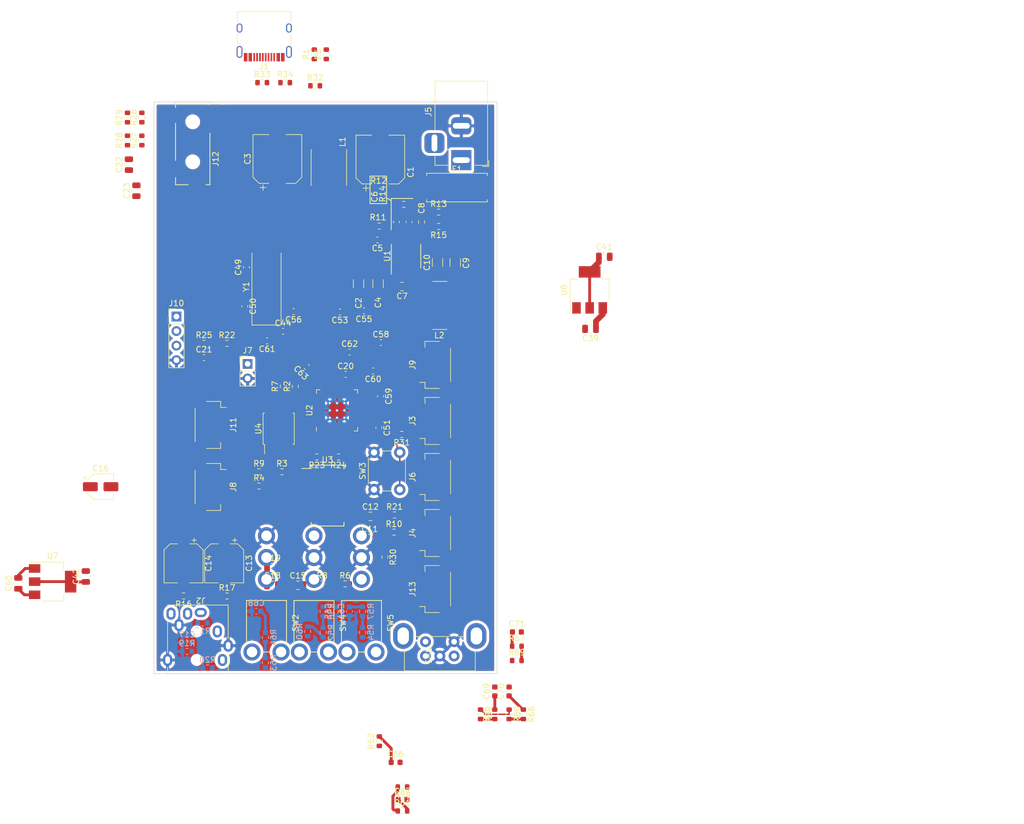
<source format=kicad_pcb>
(kicad_pcb (version 20210824) (generator pcbnew)

  (general
    (thickness 1.6)
  )

  (paper "A4")
  (layers
    (0 "F.Cu" signal)
    (31 "B.Cu" signal)
    (32 "B.Adhes" user "B.Adhesive")
    (33 "F.Adhes" user "F.Adhesive")
    (34 "B.Paste" user)
    (35 "F.Paste" user)
    (36 "B.SilkS" user "B.Silkscreen")
    (37 "F.SilkS" user "F.Silkscreen")
    (38 "B.Mask" user)
    (39 "F.Mask" user)
    (40 "Dwgs.User" user "User.Drawings")
    (41 "Cmts.User" user "User.Comments")
    (42 "Eco1.User" user "User.Eco1")
    (43 "Eco2.User" user "User.Eco2")
    (44 "Edge.Cuts" user)
    (45 "Margin" user)
    (46 "B.CrtYd" user "B.Courtyard")
    (47 "F.CrtYd" user "F.Courtyard")
    (48 "B.Fab" user)
    (49 "F.Fab" user)
  )

  (setup
    (stackup
      (layer "F.SilkS" (type "Top Silk Screen"))
      (layer "F.Paste" (type "Top Solder Paste"))
      (layer "F.Mask" (type "Top Solder Mask") (color "Green") (thickness 0.01))
      (layer "F.Cu" (type "copper") (thickness 0.035))
      (layer "dielectric 1" (type "core") (thickness 1.51) (material "FR4") (epsilon_r 4.5) (loss_tangent 0.02))
      (layer "B.Cu" (type "copper") (thickness 0.035))
      (layer "B.Mask" (type "Bottom Solder Mask") (color "Green") (thickness 0.01))
      (layer "B.Paste" (type "Bottom Solder Paste"))
      (layer "B.SilkS" (type "Bottom Silk Screen"))
      (copper_finish "None")
      (dielectric_constraints no)
    )
    (pad_to_mask_clearance 0)
    (pcbplotparams
      (layerselection 0x00010fc_ffffffff)
      (disableapertmacros false)
      (usegerberextensions false)
      (usegerberattributes true)
      (usegerberadvancedattributes true)
      (creategerberjobfile true)
      (svguseinch false)
      (svgprecision 6)
      (excludeedgelayer true)
      (plotframeref false)
      (viasonmask false)
      (mode 1)
      (useauxorigin false)
      (hpglpennumber 1)
      (hpglpenspeed 20)
      (hpglpendiameter 15.000000)
      (dxfpolygonmode true)
      (dxfimperialunits true)
      (dxfusepcbnewfont true)
      (psnegative false)
      (psa4output false)
      (plotreference true)
      (plotvalue true)
      (plotinvisibletext false)
      (sketchpadsonfab false)
      (subtractmaskfromsilk false)
      (outputformat 1)
      (mirror false)
      (drillshape 1)
      (scaleselection 1)
      (outputdirectory "")
    )
  )

  (net 0 "")
  (net 1 "/Power Supply/19V_ANALOG")
  (net 2 "/Processor/~{RST}")
  (net 3 "/Processor/SWCLK")
  (net 4 "/Front/MIC2")
  (net 5 "/Front/MIC1")
  (net 6 "+5V")
  (net 7 "/Processor/SWDIO")
  (net 8 "/Front/BT2")
  (net 9 "/Front/BT1")
  (net 10 "GND")
  (net 11 "Net-(R58-Pad2)")
  (net 12 "Net-(R59-Pad2)")
  (net 13 "/Front/PWR")
  (net 14 "Net-(C1-Pad1)")
  (net 15 "/Front/ENC_SW")
  (net 16 "Net-(C5-Pad1)")
  (net 17 "Net-(C6-Pad1)")
  (net 18 "Net-(C7-Pad1)")
  (net 19 "Net-(C7-Pad2)")
  (net 20 "Net-(C8-Pad1)")
  (net 21 "+3.3VA")
  (net 22 "Net-(F1-Pad2)")
  (net 23 "/Front/ENC_A")
  (net 24 "/Front/ENC_B")
  (net 25 "Net-(R11-Pad1)")
  (net 26 "Net-(R13-Pad1)")
  (net 27 "+3V3")
  (net 28 "Net-(C22-Pad1)")
  (net 29 "Net-(C50-Pad2)")
  (net 30 "Net-(R52-Pad2)")
  (net 31 "Net-(R54-Pad2)")
  (net 32 "Net-(C23-Pad1)")
  (net 33 "Net-(R60-Pad2)")
  (net 34 "Net-(R63-Pad2)")
  (net 35 "Net-(R66-Pad2)")
  (net 36 "Net-(R67-Pad2)")
  (net 37 "/Headphone Amplifier/SDA")
  (net 38 "/Headphone Amplifier/SCL")
  (net 39 "/Headphone Amplifier/WS")
  (net 40 "/Headphone Amplifier/HP_DETECT")
  (net 41 "Net-(C11-Pad1)")
  (net 42 "Net-(C13-Pad1)")
  (net 43 "Net-(C13-Pad2)")
  (net 44 "Net-(C14-Pad1)")
  (net 45 "Net-(C14-Pad2)")
  (net 46 "Net-(C16-Pad1)")
  (net 47 "Net-(C16-Pad2)")
  (net 48 "Net-(J2-PadR2)")
  (net 49 "Net-(J2-PadS)")
  (net 50 "Net-(R3-Pad2)")
  (net 51 "Net-(R4-Pad2)")
  (net 52 "Net-(R6-Pad2)")
  (net 53 "Net-(R8-Pad2)")
  (net 54 "Net-(R9-Pad2)")
  (net 55 "Net-(R10-Pad2)")
  (net 56 "+1V1")
  (net 57 "/Processor/USB_DETECT")
  (net 58 "/Processor/USB_DM")
  (net 59 "/Processor/USB_DP")
  (net 60 "Net-(U2-Pad51)")
  (net 61 "Net-(U2-Pad53)")
  (net 62 "Net-(U2-Pad54)")
  (net 63 "Net-(U2-Pad55)")
  (net 64 "Net-(J7-Pad1)")
  (net 65 "Net-(U2-Pad20)")
  (net 66 "Net-(U2-Pad52)")
  (net 67 "Net-(C22-Pad2)")
  (net 68 "Net-(C23-Pad2)")
  (net 69 "Net-(J12-PadR)")
  (net 70 "Net-(J12-PadT)")
  (net 71 "Net-(R22-Pad2)")
  (net 72 "Net-(U2-Pad21)")
  (net 73 "Net-(J1-PadA6)")
  (net 74 "Net-(J1-PadA7)")
  (net 75 "Net-(R33-Pad2)")
  (net 76 "Net-(R34-Pad2)")
  (net 77 "Net-(R1-Pad2)")

  (footprint "Resistor_SMD:R_0603_1608Metric" (layer "F.Cu") (at 203.05 21.7 90))

  (footprint "Resistor_SMD:R_0603_1608Metric" (layer "F.Cu") (at 205.15 21.7 90))

  (footprint "Resistor_SMD:R_0603_1608Metric" (layer "F.Cu") (at 197.63 79.76 90))

  (footprint "Resistor_SMD:R_0603_1608Metric" (layer "F.Cu") (at 199.73 79.76 90))

  (footprint "Package_SO:Diodes_SO-8EP" (layer "F.Cu") (at 219.09 56.97 90))

  (footprint "Connector_BarrelJack:BarrelJack_Horizontal" (layer "F.Cu") (at 228.7575 40.2 -90))

  (footprint "Capacitor_SMD:C_0603_1608Metric" (layer "F.Cu") (at 214.09 54.17 180))

  (footprint "Capacitor_SMD:C_0805_2012Metric" (layer "F.Cu") (at 218.4 62.3 180))

  (footprint "Resistor_SMD:R_0603_1608Metric" (layer "F.Cu") (at 214.41 51.73 180))

  (footprint "Resistor_SMD:R_0603_1608Metric" (layer "F.Cu") (at 218.71 47.93 180))

  (footprint "Resistor_SMD:R_0603_1608Metric" (layer "F.Cu") (at 224.8 49.3))

  (footprint "Resistor_SMD:R_0603_1608Metric" (layer "F.Cu") (at 221.81 51.03 90))

  (footprint "Resistor_SMD:R_0603_1608Metric" (layer "F.Cu") (at 224.8 51.8))

  (footprint "Capacitor_SMD:CP_Elec_8x10" (layer "F.Cu") (at 214.6 40.1 90))

  (footprint "Capacitor_SMD:C_1206_3216Metric" (layer "F.Cu") (at 210.79 61.8 90))

  (footprint "Capacitor_SMD:CP_Elec_8x10" (layer "F.Cu") (at 196.6 40 90))

  (footprint "Capacitor_SMD:C_1206_3216Metric" (layer "F.Cu") (at 214.2 61.8 90))

  (footprint "Inductor_SMD:L_Bourns-SRN8040_8x8.15mm" (layer "F.Cu") (at 225 65.6 180))

  (footprint "Inductor_SMD:L_Taiyo-Yuden_NR-60xx" (layer "F.Cu") (at 205.6 41.5 -90))

  (footprint "Package_TO_SOT_SMD:SOT-223-3_TabPin2" (layer "F.Cu") (at 251.2 62.89 90))

  (footprint "Resistor_SMD:R_0603_1608Metric" (layer "F.Cu") (at 238.475 125.2))

  (footprint "Resistor_SMD:R_0603_1608Metric" (layer "F.Cu") (at 193.39 97.2))

  (footprint "Capacitor_SMD:C_0805_2012Metric" (layer "F.Cu") (at 251.35 69.7 180))

  (footprint "HackAmp-Footprints:Jack_3.5mm_Switchcraft_35RASMT4BHNTRX_Horizontal" (layer "F.Cu") (at 181.8 37))

  (footprint "Capacitor_SMD:CP_Elec_4x5.4" (layer "F.Cu") (at 165.7 97.3))

  (footprint "Resistor_SMD:R_0603_1608Metric" (layer "F.Cu") (at 208.43 114.29))

  (footprint "Resistor_SMD:R_0603_1608Metric" (layer "F.Cu") (at 238.475 127.7))

  (footprint "Capacitor_SMD:C_0603_1608Metric" (layer "F.Cu") (at 234.615493 133.1 90))

  (footprint "Resistor_SMD:R_0603_1608Metric" (layer "F.Cu") (at 193.95 26.65))

  (footprint "Package_SO:SOIC-8_5.23x5.23mm_P1.27mm" (layer "F.Cu") (at 196.83 87.16 90))

  (footprint "Connector_JST:JST_SH_SM06B-SRSS-TB_1x06-1MP_P1.00mm_Horizontal" (layer "F.Cu") (at 224.2 115.2 90))

  (footprint "Capacitor_SMD:C_0603_1608Metric" (layer "F.Cu") (at 214.33 86.985 -90))

  (footprint "Connector_JST:JST_SH_SM06B-SRSS-TB_1x06-1MP_P1.00mm_Horizontal" (layer "F.Cu") (at 224.2 105.4 90))

  (footprint "Resistor_SMD:R_0603_1608Metric" (layer "F.Cu") (at 218.475 149.8 180))

  (footprint "Capacitor_SMD:C_0603_1608Metric" (layer "F.Cu") (at 238.475 122.7))

  (footprint "Capacitor_SMD:CP_Elec_6.3x7.7" (layer "F.Cu") (at 180.2 110.7 -90))

  (footprint "Resistor_SMD:R_0603_1608Metric" (layer "F.Cu") (at 183.77 72.23))

  (footprint "Capacitor_SMD:C_1206_3216Metric" (layer "F.Cu") (at 224.6 58.1 90))

  (footprint "Connector_JST:JST_SH_SM06B-SRSS-TB_1x06-1MP_P1.00mm_Horizontal" (layer "F.Cu") (at 184.9 86.5 -90))

  (footprint "Capacitor_SMD:C_0603_1608Metric" (layer "F.Cu") (at 211.73 66.56 180))

  (footprint "Capacitor_SMD:C_0603_1608Metric" (layer "F.Cu") (at 217.275 145.5))

  (footprint "Package_SO:SSOP-28_5.3x10.2mm_P0.65mm" (layer "F.Cu") (at 205.36 98.86))

  (footprint "Capacitor_SMD:CP_Elec_6.3x7.7" (layer "F.Cu") (at 187.3 110.7 -90))

  (footprint "Resistor_SMD:R_0603_1608Metric" (layer "F.Cu") (at 170.39 32.75 90))

  (footprint "HackAmp-Footprints:SW_Lever_1P2T_E-Switch_SP1T2B4M7QE" (layer "F.Cu") (at 194.7 113.5))

  (footprint "Resistor_SMD:R_0603_1608Metric" (layer "F.Cu") (at 172.9 32.75 90))

  (footprint "Capacitor_SMD:C_1206_3216Metric" (layer "F.Cu") (at 227.7 58.1 90))

  (footprint "Capacitor_SMD:C_0603_1608Metric" (layer "F.Cu") (at 213.33 77.06 180))

  (footprint "Button_Switch_THT:SW_PUSH_6mm_H4.3mm" (layer "F.Cu") (at 213.5 97.8 90))

  (footprint "MCU_RaspberryPi_and_Boards:RP2040-QFN-56" (layer "F.Cu")
    (tedit 5EF32B43) (tstamp 60164efe-4275-48d1-ad58-9446f46427bf)
    (at 207.03 83.96 90)
    (descr "QFN, 56 Pin (http://www.cypress.com/file/416486/download#page=40), generated with kicad-footprint-generator ipc_dfn_qfn_generator.py")
    (tags "QFN DFN_QFN")
    (property "Sheetfile" "processor.kicad_sch")
    (property "Sheetname" "Processor")
    (path "/00000000-0000-0000-0000-00005fa5bd7a/b6beb670-b626-4429-89e9-5ddebedb9724")
    (attr smd)
    (fp_text reference "U2" (at 0 -4.82 90) (layer "F.SilkS")
      (effects (font (size 1 1) (thickness 0.15)))
      (tstamp 75822685-2581-4e84-a25b-8b20c019970c)
    )
    (fp_text value "RP2040" (at 0 4.82 90) (layer "F.Fab")
      (effects (font (size 1 1) (thickness 0.15)))
      (tstamp 8fb54454-6056-4ddf-80ee-51a0f272b8ef)
    )
    (fp_text user "${REFERENCE}" (at 0 0 90) (layer "F.Fab")
      (effects (font (size 1 1) (thickness 0.15)))
      (tstamp a7a65334-57aa-4632-8f95-0c06fdae036d)
    )
    (fp_line (start 2.96 3.61) (end 3.61 3.61) (layer "F.SilkS") (width 0.12) (tstamp 35a2421f-527e-4433-9ba7-95fcc6e70f00))
    (fp_line (start -2.96 3.61) (end -3.61 3.61) (layer "F.SilkS") (width 0.12) (tstamp 3afa41f0-d3c9-4341-82c9-1316ea89aca3))
    (fp_line (start -2.96 -3.61) (end -3.61 -3.61) (layer "F.SilkS") (width 0.12) (tstamp 3dbad5dc-2f45-4a01-8137-04fa9ba7a264))
    (fp_line (start 3.61 -3.61) (end 3.61 -2.96) (layer "F.SilkS") (width 0.12) (tstamp 6fb69a9a-c725-4f9e-9954-62e977ec6434))
    (fp_line (start 3.61 3.61) (end 3.61 2.96) (layer "F.SilkS") (width 0.12) (tstamp a4ab3be4-4c7d-4efc-97c0-df50959a14aa))
    (fp_line (start -3.61 3.61) (end -3.61 2.96) (layer "F.SilkS") (width 0.12) (tstamp c884a9f5-f845-4103-91bc-8c5296de7874))
    (fp_line (start 2.96 -3.61) (end 3.61 -3.61) (layer "F.SilkS") (width 0.12) (tstamp da443f03-99a2-4d7a-a99f-16bbaf32c18e))
    (fp_line (start -4.12 -4.12) (end -4.12 4.12) (layer "F.CrtYd") (width 0.05) (tstamp 65938115-b6f4-46b6-9272-f14ff1c44d44))
    (fp_line (start -4.12 4.12) (end 4.12 4.12) (layer "F.CrtYd") (width 0.05) (tstamp 930122db-77b7-410e-91ed-3dec16d31bbf))
    (fp_line (start 4.12 4.12) (end 4.12 -4.12) (layer "F.CrtYd") (width 0.05) (tstamp a32ae849-08e2-4a3e-a42e-ebd2b51fc25b))
    (fp_line (start 4.12 -4.12) (end -4.12 -4.12) (layer "F.CrtYd") (width 0.05) (tstamp f4e1fda7-554d-4b21-9472-7fb82b0ce369))
    (fp_line (start -3.5 3.5) (end -3.5 -2.5) (layer "F.Fab") (width 0.1) (tstamp 328abc1b-070a-4109-977c-70cf484269ec))
    (fp_line (s
... [1103691 chars truncated]
</source>
